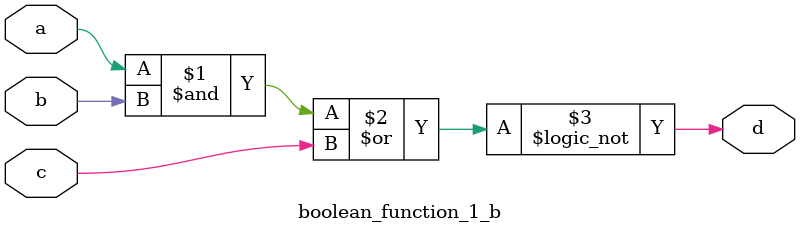
<source format=v>
`timescale 1ns / 1ps

module boolean_function_1_b(
    input a, b, c, output d
    );
    assign d = !((a&b)|c);
endmodule

</source>
